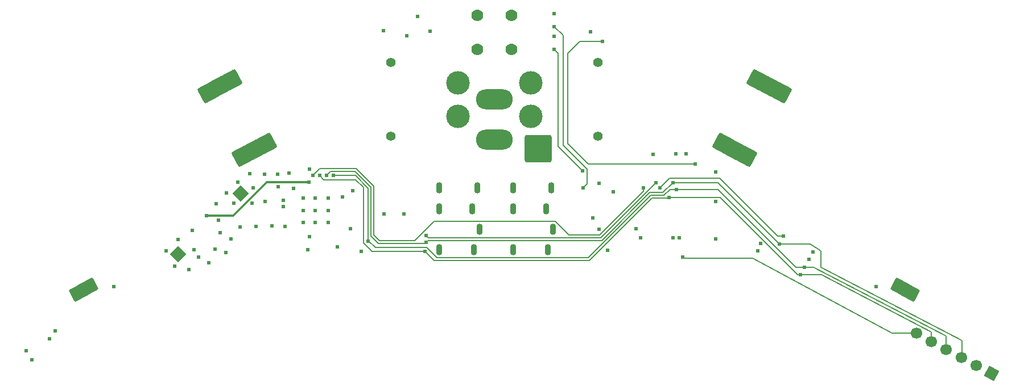
<source format=gbl>
G04 #@! TF.GenerationSoftware,KiCad,Pcbnew,(6.0.0)*
G04 #@! TF.CreationDate,2022-01-13T00:17:18-05:00*
G04 #@! TF.ProjectId,TGD,5447442e-6b69-4636-9164-5f7063625858,rev?*
G04 #@! TF.SameCoordinates,Original*
G04 #@! TF.FileFunction,Copper,L4,Bot*
G04 #@! TF.FilePolarity,Positive*
%FSLAX46Y46*%
G04 Gerber Fmt 4.6, Leading zero omitted, Abs format (unit mm)*
G04 Created by KiCad (PCBNEW (6.0.0)) date 2022-01-13 00:17:18*
%MOMM*%
%LPD*%
G01*
G04 APERTURE LIST*
G04 Aperture macros list*
%AMRoundRect*
0 Rectangle with rounded corners*
0 $1 Rounding radius*
0 $2 $3 $4 $5 $6 $7 $8 $9 X,Y pos of 4 corners*
0 Add a 4 corners polygon primitive as box body*
4,1,4,$2,$3,$4,$5,$6,$7,$8,$9,$2,$3,0*
0 Add four circle primitives for the rounded corners*
1,1,$1+$1,$2,$3*
1,1,$1+$1,$4,$5*
1,1,$1+$1,$6,$7*
1,1,$1+$1,$8,$9*
0 Add four rect primitives between the rounded corners*
20,1,$1+$1,$2,$3,$4,$5,0*
20,1,$1+$1,$4,$5,$6,$7,0*
20,1,$1+$1,$6,$7,$8,$9,0*
20,1,$1+$1,$8,$9,$2,$3,0*%
%AMHorizOval*
0 Thick line with rounded ends*
0 $1 width*
0 $2 $3 position (X,Y) of the first rounded end (center of the circle)*
0 $4 $5 position (X,Y) of the second rounded end (center of the circle)*
0 Add line between two ends*
20,1,$1,$2,$3,$4,$5,0*
0 Add two circle primitives to create the rounded ends*
1,1,$1,$2,$3*
1,1,$1,$4,$5*%
%AMRotRect*
0 Rectangle, with rotation*
0 The origin of the aperture is its center*
0 $1 length*
0 $2 width*
0 $3 Rotation angle, in degrees counterclockwise*
0 Add horizontal line*
21,1,$1,$2,0,0,$3*%
G04 Aperture macros list end*
G04 #@! TA.AperFunction,ComponentPad*
%ADD10RoundRect,1.500000X-1.250000X0.000000X-1.250000X0.000000X1.250000X0.000000X1.250000X0.000000X0*%
G04 #@! TD*
G04 #@! TA.AperFunction,ComponentPad*
%ADD11C,1.400000*%
G04 #@! TD*
G04 #@! TA.AperFunction,ComponentPad*
%ADD12C,3.500000*%
G04 #@! TD*
G04 #@! TA.AperFunction,ComponentPad*
%ADD13C,1.778000*%
G04 #@! TD*
G04 #@! TA.AperFunction,ComponentPad*
%ADD14RoundRect,0.200000X1.303591X-0.207727X0.546280X1.201698X-1.303591X0.207727X-0.546280X-1.201698X0*%
G04 #@! TD*
G04 #@! TA.AperFunction,ComponentPad*
%ADD15RoundRect,0.200000X-1.303591X0.207727X-0.546280X-1.201698X1.303591X-0.207727X0.546280X1.201698X0*%
G04 #@! TD*
G04 #@! TA.AperFunction,ComponentPad*
%ADD16RoundRect,0.250000X1.354210X-0.407571X0.407571X1.354210X-1.354210X0.407571X-0.407571X-1.354210X0*%
G04 #@! TD*
G04 #@! TA.AperFunction,ComponentPad*
%ADD17RoundRect,0.250000X0.407571X1.354210X-1.354210X0.407571X-0.407571X-1.354210X1.354210X-0.407571X0*%
G04 #@! TD*
G04 #@! TA.AperFunction,ComponentPad*
%ADD18RoundRect,0.250000X-0.407571X-1.354210X1.354210X-0.407571X0.407571X1.354210X-1.354210X0.407571X0*%
G04 #@! TD*
G04 #@! TA.AperFunction,ComponentPad*
%ADD19RoundRect,0.250000X-1.354210X0.407571X-0.407571X-1.354210X1.354210X-0.407571X0.407571X1.354210X0*%
G04 #@! TD*
G04 #@! TA.AperFunction,ComponentPad*
%ADD20RoundRect,0.200000X0.546280X-1.201698X1.303591X0.207727X-0.546280X1.201698X-1.303591X-0.207727X0*%
G04 #@! TD*
G04 #@! TA.AperFunction,ComponentPad*
%ADD21RoundRect,0.200000X-0.546280X1.201698X-1.303591X-0.207727X0.546280X-1.201698X1.303591X0.207727X0*%
G04 #@! TD*
G04 #@! TA.AperFunction,ComponentPad*
%ADD22RotRect,1.700000X1.700000X241.750000*%
G04 #@! TD*
G04 #@! TA.AperFunction,ComponentPad*
%ADD23HorizOval,1.700000X0.000000X0.000000X0.000000X0.000000X0*%
G04 #@! TD*
G04 #@! TA.AperFunction,ComponentPad*
%ADD24RotRect,1.700000X1.700000X45.000000*%
G04 #@! TD*
G04 #@! TA.AperFunction,ComponentPad*
%ADD25RoundRect,0.250000X1.000000X1.000000X-1.000000X1.000000X-1.000000X-1.000000X1.000000X-1.000000X0*%
G04 #@! TD*
G04 #@! TA.AperFunction,ComponentPad*
%ADD26RoundRect,0.250000X-1.000000X-1.000000X1.000000X-1.000000X1.000000X1.000000X-1.000000X1.000000X0*%
G04 #@! TD*
G04 #@! TA.AperFunction,ComponentPad*
%ADD27RoundRect,0.250000X-1.000000X1.000000X-1.000000X-1.000000X1.000000X-1.000000X1.000000X1.000000X0*%
G04 #@! TD*
G04 #@! TA.AperFunction,ComponentPad*
%ADD28RoundRect,0.250000X1.000000X-1.000000X1.000000X1.000000X-1.000000X1.000000X-1.000000X-1.000000X0*%
G04 #@! TD*
G04 #@! TA.AperFunction,ComponentPad*
%ADD29RoundRect,0.250000X-1.354210X-0.407571X0.407571X-1.354210X1.354210X0.407571X-0.407571X1.354210X0*%
G04 #@! TD*
G04 #@! TA.AperFunction,ComponentPad*
%ADD30RoundRect,0.250000X-0.407571X1.354210X-1.354210X-0.407571X0.407571X-1.354210X1.354210X0.407571X0*%
G04 #@! TD*
G04 #@! TA.AperFunction,ComponentPad*
%ADD31RoundRect,0.250000X0.407571X-1.354210X1.354210X0.407571X-0.407571X1.354210X-1.354210X-0.407571X0*%
G04 #@! TD*
G04 #@! TA.AperFunction,ComponentPad*
%ADD32RoundRect,0.250000X1.354210X0.407571X-0.407571X1.354210X-1.354210X-0.407571X0.407571X-1.354210X0*%
G04 #@! TD*
G04 #@! TA.AperFunction,ComponentPad*
%ADD33O,0.900000X1.700000*%
G04 #@! TD*
G04 #@! TA.AperFunction,ViaPad*
%ADD34C,0.609600*%
G04 #@! TD*
G04 #@! TA.AperFunction,Conductor*
%ADD35C,0.203200*%
G04 #@! TD*
G04 #@! TA.AperFunction,Conductor*
%ADD36C,0.304800*%
G04 #@! TD*
G04 APERTURE END LIST*
D10*
X0Y-14150000D03*
X0Y-20150000D03*
D11*
X-15400000Y-19650000D03*
X-15400000Y-8650000D03*
D12*
X-5400000Y-11650000D03*
X-5400000Y-16650000D03*
D13*
X2514000Y-1578000D03*
X-2566000Y-1578000D03*
X-2566000Y-6658000D03*
X2514000Y-6658000D03*
D11*
X15400000Y-19650000D03*
X15400000Y-8650000D03*
D12*
X5400000Y-16650000D03*
X5400000Y-11650000D03*
D14*
X-61779777Y-42881670D03*
D15*
X-60430253Y-42156544D03*
D16*
X-42630499Y-13103887D03*
D17*
X-39106936Y-11210608D03*
X-40868717Y-12157248D03*
D18*
X-37518646Y-22617507D03*
D19*
X-35756865Y-21670868D03*
X-33995083Y-20724228D03*
D20*
X60430253Y-42156544D03*
D21*
X61779777Y-42881670D03*
D22*
X73970521Y-55052097D03*
D23*
X71733059Y-53849865D03*
X69495596Y-52647633D03*
X67258134Y-51445401D03*
X65020671Y-50243169D03*
X62783209Y-49040937D03*
D24*
X-47100000Y-37200000D03*
X-37750000Y-28200000D03*
D25*
X7266000Y-22266000D03*
D26*
X5734000Y-20734000D03*
D27*
X7266000Y-20734000D03*
D28*
X5734000Y-22266000D03*
D29*
X35756865Y-21670868D03*
D30*
X37518646Y-22617507D03*
D29*
X33995083Y-20724228D03*
D31*
X39106936Y-11210608D03*
D32*
X42630499Y-13103887D03*
D31*
X40868717Y-12157248D03*
D33*
X2800000Y-36600000D03*
X7930000Y-36600000D03*
X2760000Y-27300000D03*
X8460000Y-27300000D03*
X7710000Y-30500000D03*
X2760000Y-30500000D03*
X8750000Y-33550000D03*
X-8200000Y-36600000D03*
X-3070000Y-36600000D03*
X-8240000Y-27300000D03*
X-2540000Y-27300000D03*
X-3290000Y-30500000D03*
X-8240000Y-30500000D03*
X-2250000Y-33550000D03*
D34*
X-45450000Y-39500000D03*
X32900000Y-34925000D03*
X-35900000Y-27300000D03*
X-34250000Y-25300000D03*
X-44950000Y-33650000D03*
X39152806Y-36697194D03*
X-48900000Y-36750000D03*
X-26676000Y-28828000D03*
X-47600000Y-39050000D03*
X-41050000Y-32200000D03*
X-27500000Y-24500000D03*
X-19800000Y-36800000D03*
X-21469000Y-33463500D03*
X14287500Y-4050000D03*
X-30550000Y-25150000D03*
X16800000Y-36650000D03*
X-24771000Y-32511000D03*
X-33100000Y-33000000D03*
X-35500000Y-33100000D03*
X-37850000Y-33200000D03*
X-32150000Y-27200000D03*
X-23350000Y-36150000D03*
X-31200000Y-33100000D03*
X-26676000Y-30733000D03*
X-40000000Y-37000000D03*
X-26676000Y-32511000D03*
X-39200000Y-34950000D03*
X-32300000Y-25300000D03*
X-36050000Y-29650000D03*
X-66250000Y-49850000D03*
X28525000Y-22250000D03*
X-21100000Y-27725000D03*
X-13500000Y-31200000D03*
X-27750000Y-36600000D03*
X-39850000Y-28100000D03*
X-47100000Y-35050000D03*
X-28454000Y-32511000D03*
X-28454000Y-28828000D03*
X-44050000Y-37650000D03*
X-13012500Y-4675000D03*
X23600000Y-22350000D03*
X-38800000Y-29650000D03*
X-34130000Y-29330000D03*
X-69650000Y-51650000D03*
X-28454000Y-30733000D03*
X-29900000Y-27450000D03*
X-31430000Y-29180000D03*
X-38200000Y-26500000D03*
X32900000Y-25000000D03*
X-41400000Y-29700000D03*
X-36400000Y-25250000D03*
X-40850000Y-34000000D03*
X-42500000Y-38500000D03*
X-9550000Y-3950000D03*
X-24771000Y-28828000D03*
X-24771000Y-30733000D03*
X32900000Y-29350000D03*
X-41600000Y-36500000D03*
X-16550000Y-3850000D03*
X-27500000Y-34650000D03*
X26975000Y-22275000D03*
X-68800000Y-53000000D03*
X39631455Y-35618545D03*
X-22575000Y-28700000D03*
X8900000Y-4750000D03*
X46800000Y-38000000D03*
X-11425000Y-1775000D03*
X8900000Y-1350000D03*
X47400000Y-36900000D03*
X-31410000Y-30130000D03*
X15612500Y-26687500D03*
X-16462500Y-31237500D03*
X-44700000Y-36550000D03*
X13200000Y-27300000D03*
X8900000Y-3250000D03*
X8900000Y-6650000D03*
X13150000Y-24800000D03*
X-25000000Y-25500000D03*
X26550000Y-26550000D03*
X-10200000Y-35450000D03*
X42400000Y-35700000D03*
X45550000Y-40250000D03*
X-26000000Y-25500000D03*
X25950000Y-28750000D03*
X-10350000Y-36850000D03*
X-24000000Y-25500000D03*
X27050000Y-27550000D03*
X-18800000Y-35300000D03*
X46150000Y-39150000D03*
X21100000Y-33400000D03*
X21750000Y-34750000D03*
X16037500Y-5450000D03*
X29900000Y-23800000D03*
X15550000Y-33500000D03*
X14650000Y-31800000D03*
X-56638214Y-42038214D03*
X26550000Y-34750000D03*
X56791030Y-42041030D03*
X27550000Y-34750000D03*
X43000000Y-34550000D03*
X24650000Y-27350000D03*
X24050000Y-26550000D03*
X-10200000Y-34450000D03*
X-27000000Y-25500000D03*
X22150000Y-27300000D03*
X-42850000Y-31500000D03*
X-27650000Y-26500000D03*
X-65400000Y-48650000D03*
X17650000Y-27900000D03*
X28050000Y-37700000D03*
D35*
X13200000Y-27300000D02*
X13755911Y-26744089D01*
X10200000Y-4550000D02*
X8900000Y-3250000D01*
X10200000Y-20993111D02*
X10200000Y-4550000D01*
X13755911Y-26744089D02*
X13755911Y-24549022D01*
X13755911Y-24549022D02*
X10200000Y-20993111D01*
X13150000Y-24800000D02*
X9500000Y-21150000D01*
X9500000Y-7250000D02*
X8900000Y-6650000D01*
X9500000Y-21150000D02*
X9500000Y-7250000D01*
X-10400000Y-35650000D02*
X-17300000Y-35650000D01*
X-10200000Y-35450000D02*
X-10400000Y-35650000D01*
X-9950000Y-35200000D02*
X-5957221Y-35200000D01*
X-5957221Y-35200000D02*
X-5956100Y-35198879D01*
X47000000Y-35700000D02*
X42400000Y-35700000D01*
X-18397280Y-27233188D02*
X-20736379Y-24894089D01*
X-24394089Y-24894089D02*
X-25000000Y-25500000D01*
X48600000Y-36700000D02*
X47000000Y-35700000D01*
X33250000Y-26550000D02*
X26550000Y-26550000D01*
X-17300000Y-35650000D02*
X-18397280Y-34552720D01*
X25050000Y-28050000D02*
X26550000Y-26550000D01*
X23119532Y-28050000D02*
X25050000Y-28050000D01*
X-10200000Y-35450000D02*
X-9950000Y-35200000D01*
X15970653Y-35198879D02*
X23119532Y-28050000D01*
X42400000Y-35700000D02*
X33250000Y-26550000D01*
X48600000Y-39200000D02*
X48600000Y-36700000D01*
X-18397280Y-34552720D02*
X-18397280Y-27233188D01*
X69592980Y-52746248D02*
X69550000Y-50150000D01*
X-20736379Y-24894089D02*
X-24394089Y-24894089D01*
X69550000Y-50150000D02*
X48600000Y-39200000D01*
X-5956100Y-35198879D02*
X15970653Y-35198879D01*
X33613888Y-28744089D02*
X45119799Y-40250000D01*
X32643111Y-28750000D02*
X32649022Y-28744089D01*
X48650000Y-40250000D02*
X45550000Y-40250000D01*
X-20663621Y-26105911D02*
X-19500000Y-27269532D01*
X-8996160Y-38153840D02*
X14154756Y-38153840D01*
X-18200000Y-36850000D02*
X-10300000Y-36850000D01*
X23453156Y-28855440D02*
X25844560Y-28855440D01*
X-26000000Y-25500000D02*
X-25394089Y-26105911D01*
X14154756Y-38153840D02*
X23453156Y-28855440D01*
X45119799Y-40250000D02*
X45550000Y-40250000D01*
X25950000Y-28750000D02*
X32643111Y-28750000D01*
X-10300000Y-36850000D02*
X-8996160Y-38153840D01*
X-19500000Y-27269532D02*
X-19500000Y-35550000D01*
X25844560Y-28855440D02*
X25950000Y-28750000D01*
X-19500000Y-35550000D02*
X-18200000Y-36850000D01*
X65000000Y-48800000D02*
X48650000Y-40250000D01*
X-25394089Y-26105911D02*
X-20663621Y-26105911D01*
X65020671Y-50243169D02*
X65000000Y-48800000D01*
X32649022Y-28744089D02*
X33613888Y-28744089D01*
X-10055911Y-36244089D02*
X-8548880Y-37751120D01*
X-7887756Y-37750000D02*
X-3382244Y-37750000D01*
X47500000Y-39150000D02*
X46150000Y-39150000D01*
X-18800000Y-27400000D02*
X-20700000Y-25500000D01*
X67250000Y-49450000D02*
X47500000Y-39150000D01*
X-18688178Y-35300000D02*
X-17744089Y-36244089D01*
X-7888876Y-37751120D02*
X-7887756Y-37750000D01*
X33300000Y-27550000D02*
X27050000Y-27550000D01*
X-3381124Y-37751120D02*
X13987944Y-37751120D01*
X26143111Y-27550000D02*
X27050000Y-27550000D01*
X44900000Y-39150000D02*
X33300000Y-27550000D01*
X46150000Y-39150000D02*
X44900000Y-39150000D01*
X-3382244Y-37750000D02*
X-3381124Y-37751120D01*
X67258134Y-51445401D02*
X67250000Y-49450000D01*
X-17744089Y-36244089D02*
X-10055911Y-36244089D01*
X-20700000Y-25500000D02*
X-24000000Y-25500000D01*
X-18800000Y-35300000D02*
X-18800000Y-27400000D01*
X-8548880Y-37751120D02*
X-7888876Y-37751120D01*
X-18800000Y-35300000D02*
X-18688178Y-35300000D01*
X13987944Y-37751120D02*
X23286344Y-28452720D01*
X23286344Y-28452720D02*
X25240391Y-28452720D01*
X25240391Y-28452720D02*
X26143111Y-27550000D01*
X10900000Y-20750000D02*
X10900000Y-7250000D01*
X10900000Y-7250000D02*
X12700000Y-5450000D01*
X12700000Y-5450000D02*
X16037500Y-5450000D01*
X29900000Y-23800000D02*
X13950000Y-23800000D01*
X13950000Y-23800000D02*
X10900000Y-20750000D01*
X26100000Y-25900000D02*
X33500000Y-25900000D01*
X42150000Y-34550000D02*
X43000000Y-34550000D01*
X24650000Y-27350000D02*
X26100000Y-25900000D01*
X33500000Y-25900000D02*
X42150000Y-34550000D01*
X-6122912Y-34796159D02*
X15803841Y-34796159D01*
X-10200000Y-34450000D02*
X-9852720Y-34797280D01*
X-9852720Y-34797280D02*
X-6124033Y-34797280D01*
X-6124033Y-34797280D02*
X-6122912Y-34796159D01*
X15803841Y-34796159D02*
X24050000Y-26550000D01*
X-25991369Y-24491369D02*
X-20558631Y-24491369D01*
X11118439Y-34393439D02*
X15637029Y-34393439D01*
X-17994560Y-34352720D02*
X-17100000Y-35247280D01*
X-11897280Y-35247280D02*
X-9000000Y-32350000D01*
X-20558631Y-24491369D02*
X-17994560Y-27055440D01*
X9075000Y-32350000D02*
X11118439Y-34393439D01*
X-27000000Y-25500000D02*
X-25991369Y-24491369D01*
X-9000000Y-32350000D02*
X9075000Y-32350000D01*
X-17100000Y-35247280D02*
X-11897280Y-35247280D01*
X22150000Y-27880468D02*
X22150000Y-27300000D01*
X15637029Y-34393439D02*
X22150000Y-27880468D01*
X-17994560Y-27055440D02*
X-17994560Y-34352720D01*
D36*
X-27650000Y-26500000D02*
X-33900000Y-26500000D01*
X-38900000Y-31500000D02*
X-42850000Y-31500000D01*
X-33900000Y-26500000D02*
X-38900000Y-31500000D01*
D35*
X28150000Y-37800000D02*
X28050000Y-37700000D01*
X62783209Y-49040937D02*
X59150000Y-49050000D01*
X38450000Y-37800000D02*
X28150000Y-37800000D01*
X59150000Y-49050000D02*
X38450000Y-37800000D01*
M02*

</source>
